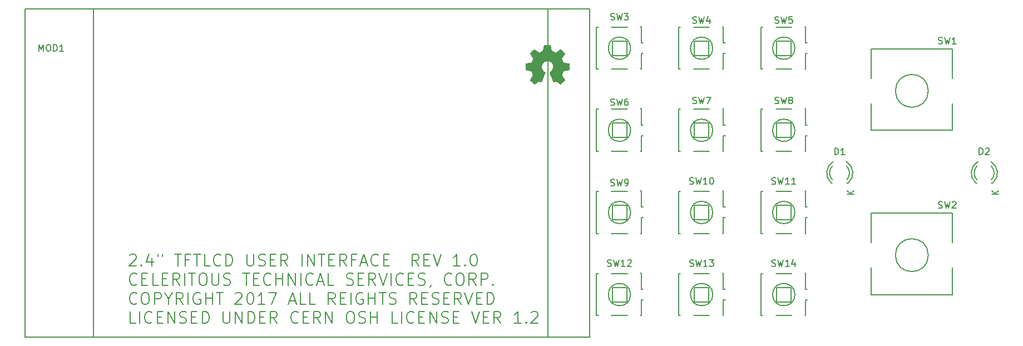
<source format=gto>
G04 #@! TF.FileFunction,Legend,Top*
%FSLAX46Y46*%
G04 Gerber Fmt 4.6, Leading zero omitted, Abs format (unit mm)*
G04 Created by KiCad (PCBNEW 4.0.6) date 11/21/17 15:35:42*
%MOMM*%
%LPD*%
G01*
G04 APERTURE LIST*
%ADD10C,0.100000*%
%ADD11C,0.200000*%
%ADD12C,0.150000*%
%ADD13C,0.010000*%
G04 APERTURE END LIST*
D10*
D11*
X15942857Y12464286D02*
X16028571Y12550000D01*
X16200000Y12635714D01*
X16628571Y12635714D01*
X16800000Y12550000D01*
X16885714Y12464286D01*
X16971429Y12292857D01*
X16971429Y12121429D01*
X16885714Y11864286D01*
X15857143Y10835714D01*
X16971429Y10835714D01*
X17742857Y11007143D02*
X17828572Y10921429D01*
X17742857Y10835714D01*
X17657143Y10921429D01*
X17742857Y11007143D01*
X17742857Y10835714D01*
X19371429Y12035714D02*
X19371429Y10835714D01*
X18942858Y12721429D02*
X18514286Y11435714D01*
X19628572Y11435714D01*
X20228572Y12635714D02*
X20228572Y12292857D01*
X20914286Y12635714D02*
X20914286Y12292857D01*
X22800002Y12635714D02*
X23828573Y12635714D01*
X23314287Y10835714D02*
X23314287Y12635714D01*
X25028573Y11778571D02*
X24428573Y11778571D01*
X24428573Y10835714D02*
X24428573Y12635714D01*
X25285716Y12635714D01*
X25714288Y12635714D02*
X26742859Y12635714D01*
X26228573Y10835714D02*
X26228573Y12635714D01*
X28200002Y10835714D02*
X27342859Y10835714D01*
X27342859Y12635714D01*
X29828574Y11007143D02*
X29742860Y10921429D01*
X29485717Y10835714D01*
X29314288Y10835714D01*
X29057145Y10921429D01*
X28885717Y11092857D01*
X28800002Y11264286D01*
X28714288Y11607143D01*
X28714288Y11864286D01*
X28800002Y12207143D01*
X28885717Y12378571D01*
X29057145Y12550000D01*
X29314288Y12635714D01*
X29485717Y12635714D01*
X29742860Y12550000D01*
X29828574Y12464286D01*
X30600002Y10835714D02*
X30600002Y12635714D01*
X31028574Y12635714D01*
X31285717Y12550000D01*
X31457145Y12378571D01*
X31542860Y12207143D01*
X31628574Y11864286D01*
X31628574Y11607143D01*
X31542860Y11264286D01*
X31457145Y11092857D01*
X31285717Y10921429D01*
X31028574Y10835714D01*
X30600002Y10835714D01*
X33771431Y12635714D02*
X33771431Y11178571D01*
X33857146Y11007143D01*
X33942860Y10921429D01*
X34114289Y10835714D01*
X34457146Y10835714D01*
X34628574Y10921429D01*
X34714289Y11007143D01*
X34800003Y11178571D01*
X34800003Y12635714D01*
X35571431Y10921429D02*
X35828574Y10835714D01*
X36257145Y10835714D01*
X36428574Y10921429D01*
X36514288Y11007143D01*
X36600003Y11178571D01*
X36600003Y11350000D01*
X36514288Y11521429D01*
X36428574Y11607143D01*
X36257145Y11692857D01*
X35914288Y11778571D01*
X35742860Y11864286D01*
X35657145Y11950000D01*
X35571431Y12121429D01*
X35571431Y12292857D01*
X35657145Y12464286D01*
X35742860Y12550000D01*
X35914288Y12635714D01*
X36342860Y12635714D01*
X36600003Y12550000D01*
X37371431Y11778571D02*
X37971431Y11778571D01*
X38228574Y10835714D02*
X37371431Y10835714D01*
X37371431Y12635714D01*
X38228574Y12635714D01*
X40028574Y10835714D02*
X39428574Y11692857D01*
X39000002Y10835714D02*
X39000002Y12635714D01*
X39685717Y12635714D01*
X39857145Y12550000D01*
X39942860Y12464286D01*
X40028574Y12292857D01*
X40028574Y12035714D01*
X39942860Y11864286D01*
X39857145Y11778571D01*
X39685717Y11692857D01*
X39000002Y11692857D01*
X42171431Y10835714D02*
X42171431Y12635714D01*
X43028574Y10835714D02*
X43028574Y12635714D01*
X44057146Y10835714D01*
X44057146Y12635714D01*
X44657146Y12635714D02*
X45685717Y12635714D01*
X45171431Y10835714D02*
X45171431Y12635714D01*
X46285717Y11778571D02*
X46885717Y11778571D01*
X47142860Y10835714D02*
X46285717Y10835714D01*
X46285717Y12635714D01*
X47142860Y12635714D01*
X48942860Y10835714D02*
X48342860Y11692857D01*
X47914288Y10835714D02*
X47914288Y12635714D01*
X48600003Y12635714D01*
X48771431Y12550000D01*
X48857146Y12464286D01*
X48942860Y12292857D01*
X48942860Y12035714D01*
X48857146Y11864286D01*
X48771431Y11778571D01*
X48600003Y11692857D01*
X47914288Y11692857D01*
X50314288Y11778571D02*
X49714288Y11778571D01*
X49714288Y10835714D02*
X49714288Y12635714D01*
X50571431Y12635714D01*
X51171431Y11350000D02*
X52028574Y11350000D01*
X51000003Y10835714D02*
X51600003Y12635714D01*
X52200003Y10835714D01*
X53828574Y11007143D02*
X53742860Y10921429D01*
X53485717Y10835714D01*
X53314288Y10835714D01*
X53057145Y10921429D01*
X52885717Y11092857D01*
X52800002Y11264286D01*
X52714288Y11607143D01*
X52714288Y11864286D01*
X52800002Y12207143D01*
X52885717Y12378571D01*
X53057145Y12550000D01*
X53314288Y12635714D01*
X53485717Y12635714D01*
X53742860Y12550000D01*
X53828574Y12464286D01*
X54600002Y11778571D02*
X55200002Y11778571D01*
X55457145Y10835714D02*
X54600002Y10835714D01*
X54600002Y12635714D01*
X55457145Y12635714D01*
X60000003Y10835714D02*
X59400003Y11692857D01*
X58971431Y10835714D02*
X58971431Y12635714D01*
X59657146Y12635714D01*
X59828574Y12550000D01*
X59914289Y12464286D01*
X60000003Y12292857D01*
X60000003Y12035714D01*
X59914289Y11864286D01*
X59828574Y11778571D01*
X59657146Y11692857D01*
X58971431Y11692857D01*
X60771431Y11778571D02*
X61371431Y11778571D01*
X61628574Y10835714D02*
X60771431Y10835714D01*
X60771431Y12635714D01*
X61628574Y12635714D01*
X62142860Y12635714D02*
X62742860Y10835714D01*
X63342860Y12635714D01*
X66257146Y10835714D02*
X65228574Y10835714D01*
X65742860Y10835714D02*
X65742860Y12635714D01*
X65571431Y12378571D01*
X65400003Y12207143D01*
X65228574Y12121429D01*
X67028574Y11007143D02*
X67114289Y10921429D01*
X67028574Y10835714D01*
X66942860Y10921429D01*
X67028574Y11007143D01*
X67028574Y10835714D01*
X68228575Y12635714D02*
X68400003Y12635714D01*
X68571432Y12550000D01*
X68657146Y12464286D01*
X68742860Y12292857D01*
X68828575Y11950000D01*
X68828575Y11521429D01*
X68742860Y11178571D01*
X68657146Y11007143D01*
X68571432Y10921429D01*
X68400003Y10835714D01*
X68228575Y10835714D01*
X68057146Y10921429D01*
X67971432Y11007143D01*
X67885717Y11178571D01*
X67800003Y11521429D01*
X67800003Y11950000D01*
X67885717Y12292857D01*
X67971432Y12464286D01*
X68057146Y12550000D01*
X68228575Y12635714D01*
X17057143Y8107143D02*
X16971429Y8021429D01*
X16714286Y7935714D01*
X16542857Y7935714D01*
X16285714Y8021429D01*
X16114286Y8192857D01*
X16028571Y8364286D01*
X15942857Y8707143D01*
X15942857Y8964286D01*
X16028571Y9307143D01*
X16114286Y9478571D01*
X16285714Y9650000D01*
X16542857Y9735714D01*
X16714286Y9735714D01*
X16971429Y9650000D01*
X17057143Y9564286D01*
X17828571Y8878571D02*
X18428571Y8878571D01*
X18685714Y7935714D02*
X17828571Y7935714D01*
X17828571Y9735714D01*
X18685714Y9735714D01*
X20314285Y7935714D02*
X19457142Y7935714D01*
X19457142Y9735714D01*
X20914285Y8878571D02*
X21514285Y8878571D01*
X21771428Y7935714D02*
X20914285Y7935714D01*
X20914285Y9735714D01*
X21771428Y9735714D01*
X23571428Y7935714D02*
X22971428Y8792857D01*
X22542856Y7935714D02*
X22542856Y9735714D01*
X23228571Y9735714D01*
X23399999Y9650000D01*
X23485714Y9564286D01*
X23571428Y9392857D01*
X23571428Y9135714D01*
X23485714Y8964286D01*
X23399999Y8878571D01*
X23228571Y8792857D01*
X22542856Y8792857D01*
X24342856Y7935714D02*
X24342856Y9735714D01*
X24942857Y9735714D02*
X25971428Y9735714D01*
X25457142Y7935714D02*
X25457142Y9735714D01*
X26914286Y9735714D02*
X27257143Y9735714D01*
X27428571Y9650000D01*
X27600000Y9478571D01*
X27685714Y9135714D01*
X27685714Y8535714D01*
X27600000Y8192857D01*
X27428571Y8021429D01*
X27257143Y7935714D01*
X26914286Y7935714D01*
X26742857Y8021429D01*
X26571428Y8192857D01*
X26485714Y8535714D01*
X26485714Y9135714D01*
X26571428Y9478571D01*
X26742857Y9650000D01*
X26914286Y9735714D01*
X28457142Y9735714D02*
X28457142Y8278571D01*
X28542857Y8107143D01*
X28628571Y8021429D01*
X28800000Y7935714D01*
X29142857Y7935714D01*
X29314285Y8021429D01*
X29400000Y8107143D01*
X29485714Y8278571D01*
X29485714Y9735714D01*
X30257142Y8021429D02*
X30514285Y7935714D01*
X30942856Y7935714D01*
X31114285Y8021429D01*
X31199999Y8107143D01*
X31285714Y8278571D01*
X31285714Y8450000D01*
X31199999Y8621429D01*
X31114285Y8707143D01*
X30942856Y8792857D01*
X30599999Y8878571D01*
X30428571Y8964286D01*
X30342856Y9050000D01*
X30257142Y9221429D01*
X30257142Y9392857D01*
X30342856Y9564286D01*
X30428571Y9650000D01*
X30599999Y9735714D01*
X31028571Y9735714D01*
X31285714Y9650000D01*
X33171429Y9735714D02*
X34200000Y9735714D01*
X33685714Y7935714D02*
X33685714Y9735714D01*
X34800000Y8878571D02*
X35400000Y8878571D01*
X35657143Y7935714D02*
X34800000Y7935714D01*
X34800000Y9735714D01*
X35657143Y9735714D01*
X37457143Y8107143D02*
X37371429Y8021429D01*
X37114286Y7935714D01*
X36942857Y7935714D01*
X36685714Y8021429D01*
X36514286Y8192857D01*
X36428571Y8364286D01*
X36342857Y8707143D01*
X36342857Y8964286D01*
X36428571Y9307143D01*
X36514286Y9478571D01*
X36685714Y9650000D01*
X36942857Y9735714D01*
X37114286Y9735714D01*
X37371429Y9650000D01*
X37457143Y9564286D01*
X38228571Y7935714D02*
X38228571Y9735714D01*
X38228571Y8878571D02*
X39257143Y8878571D01*
X39257143Y7935714D02*
X39257143Y9735714D01*
X40114285Y7935714D02*
X40114285Y9735714D01*
X41142857Y7935714D01*
X41142857Y9735714D01*
X41999999Y7935714D02*
X41999999Y9735714D01*
X43885714Y8107143D02*
X43800000Y8021429D01*
X43542857Y7935714D01*
X43371428Y7935714D01*
X43114285Y8021429D01*
X42942857Y8192857D01*
X42857142Y8364286D01*
X42771428Y8707143D01*
X42771428Y8964286D01*
X42857142Y9307143D01*
X42942857Y9478571D01*
X43114285Y9650000D01*
X43371428Y9735714D01*
X43542857Y9735714D01*
X43800000Y9650000D01*
X43885714Y9564286D01*
X44571428Y8450000D02*
X45428571Y8450000D01*
X44400000Y7935714D02*
X45000000Y9735714D01*
X45600000Y7935714D01*
X47057142Y7935714D02*
X46199999Y7935714D01*
X46199999Y9735714D01*
X48942857Y8021429D02*
X49200000Y7935714D01*
X49628571Y7935714D01*
X49800000Y8021429D01*
X49885714Y8107143D01*
X49971429Y8278571D01*
X49971429Y8450000D01*
X49885714Y8621429D01*
X49800000Y8707143D01*
X49628571Y8792857D01*
X49285714Y8878571D01*
X49114286Y8964286D01*
X49028571Y9050000D01*
X48942857Y9221429D01*
X48942857Y9392857D01*
X49028571Y9564286D01*
X49114286Y9650000D01*
X49285714Y9735714D01*
X49714286Y9735714D01*
X49971429Y9650000D01*
X50742857Y8878571D02*
X51342857Y8878571D01*
X51600000Y7935714D02*
X50742857Y7935714D01*
X50742857Y9735714D01*
X51600000Y9735714D01*
X53400000Y7935714D02*
X52800000Y8792857D01*
X52371428Y7935714D02*
X52371428Y9735714D01*
X53057143Y9735714D01*
X53228571Y9650000D01*
X53314286Y9564286D01*
X53400000Y9392857D01*
X53400000Y9135714D01*
X53314286Y8964286D01*
X53228571Y8878571D01*
X53057143Y8792857D01*
X52371428Y8792857D01*
X53914286Y9735714D02*
X54514286Y7935714D01*
X55114286Y9735714D01*
X55714285Y7935714D02*
X55714285Y9735714D01*
X57600000Y8107143D02*
X57514286Y8021429D01*
X57257143Y7935714D01*
X57085714Y7935714D01*
X56828571Y8021429D01*
X56657143Y8192857D01*
X56571428Y8364286D01*
X56485714Y8707143D01*
X56485714Y8964286D01*
X56571428Y9307143D01*
X56657143Y9478571D01*
X56828571Y9650000D01*
X57085714Y9735714D01*
X57257143Y9735714D01*
X57514286Y9650000D01*
X57600000Y9564286D01*
X58371428Y8878571D02*
X58971428Y8878571D01*
X59228571Y7935714D02*
X58371428Y7935714D01*
X58371428Y9735714D01*
X59228571Y9735714D01*
X59914285Y8021429D02*
X60171428Y7935714D01*
X60599999Y7935714D01*
X60771428Y8021429D01*
X60857142Y8107143D01*
X60942857Y8278571D01*
X60942857Y8450000D01*
X60857142Y8621429D01*
X60771428Y8707143D01*
X60599999Y8792857D01*
X60257142Y8878571D01*
X60085714Y8964286D01*
X59999999Y9050000D01*
X59914285Y9221429D01*
X59914285Y9392857D01*
X59999999Y9564286D01*
X60085714Y9650000D01*
X60257142Y9735714D01*
X60685714Y9735714D01*
X60942857Y9650000D01*
X61800000Y8021429D02*
X61800000Y7935714D01*
X61714285Y7764286D01*
X61628571Y7678571D01*
X64971429Y8107143D02*
X64885715Y8021429D01*
X64628572Y7935714D01*
X64457143Y7935714D01*
X64200000Y8021429D01*
X64028572Y8192857D01*
X63942857Y8364286D01*
X63857143Y8707143D01*
X63857143Y8964286D01*
X63942857Y9307143D01*
X64028572Y9478571D01*
X64200000Y9650000D01*
X64457143Y9735714D01*
X64628572Y9735714D01*
X64885715Y9650000D01*
X64971429Y9564286D01*
X66085715Y9735714D02*
X66428572Y9735714D01*
X66600000Y9650000D01*
X66771429Y9478571D01*
X66857143Y9135714D01*
X66857143Y8535714D01*
X66771429Y8192857D01*
X66600000Y8021429D01*
X66428572Y7935714D01*
X66085715Y7935714D01*
X65914286Y8021429D01*
X65742857Y8192857D01*
X65657143Y8535714D01*
X65657143Y9135714D01*
X65742857Y9478571D01*
X65914286Y9650000D01*
X66085715Y9735714D01*
X68657143Y7935714D02*
X68057143Y8792857D01*
X67628571Y7935714D02*
X67628571Y9735714D01*
X68314286Y9735714D01*
X68485714Y9650000D01*
X68571429Y9564286D01*
X68657143Y9392857D01*
X68657143Y9135714D01*
X68571429Y8964286D01*
X68485714Y8878571D01*
X68314286Y8792857D01*
X67628571Y8792857D01*
X69428571Y7935714D02*
X69428571Y9735714D01*
X70114286Y9735714D01*
X70285714Y9650000D01*
X70371429Y9564286D01*
X70457143Y9392857D01*
X70457143Y9135714D01*
X70371429Y8964286D01*
X70285714Y8878571D01*
X70114286Y8792857D01*
X69428571Y8792857D01*
X71228571Y8107143D02*
X71314286Y8021429D01*
X71228571Y7935714D01*
X71142857Y8021429D01*
X71228571Y8107143D01*
X71228571Y7935714D01*
X17057143Y5207143D02*
X16971429Y5121429D01*
X16714286Y5035714D01*
X16542857Y5035714D01*
X16285714Y5121429D01*
X16114286Y5292857D01*
X16028571Y5464286D01*
X15942857Y5807143D01*
X15942857Y6064286D01*
X16028571Y6407143D01*
X16114286Y6578571D01*
X16285714Y6750000D01*
X16542857Y6835714D01*
X16714286Y6835714D01*
X16971429Y6750000D01*
X17057143Y6664286D01*
X18171429Y6835714D02*
X18514286Y6835714D01*
X18685714Y6750000D01*
X18857143Y6578571D01*
X18942857Y6235714D01*
X18942857Y5635714D01*
X18857143Y5292857D01*
X18685714Y5121429D01*
X18514286Y5035714D01*
X18171429Y5035714D01*
X18000000Y5121429D01*
X17828571Y5292857D01*
X17742857Y5635714D01*
X17742857Y6235714D01*
X17828571Y6578571D01*
X18000000Y6750000D01*
X18171429Y6835714D01*
X19714285Y5035714D02*
X19714285Y6835714D01*
X20400000Y6835714D01*
X20571428Y6750000D01*
X20657143Y6664286D01*
X20742857Y6492857D01*
X20742857Y6235714D01*
X20657143Y6064286D01*
X20571428Y5978571D01*
X20400000Y5892857D01*
X19714285Y5892857D01*
X21857143Y5892857D02*
X21857143Y5035714D01*
X21257143Y6835714D02*
X21857143Y5892857D01*
X22457143Y6835714D01*
X24085714Y5035714D02*
X23485714Y5892857D01*
X23057142Y5035714D02*
X23057142Y6835714D01*
X23742857Y6835714D01*
X23914285Y6750000D01*
X24000000Y6664286D01*
X24085714Y6492857D01*
X24085714Y6235714D01*
X24000000Y6064286D01*
X23914285Y5978571D01*
X23742857Y5892857D01*
X23057142Y5892857D01*
X24857142Y5035714D02*
X24857142Y6835714D01*
X26657143Y6750000D02*
X26485714Y6835714D01*
X26228571Y6835714D01*
X25971428Y6750000D01*
X25800000Y6578571D01*
X25714285Y6407143D01*
X25628571Y6064286D01*
X25628571Y5807143D01*
X25714285Y5464286D01*
X25800000Y5292857D01*
X25971428Y5121429D01*
X26228571Y5035714D01*
X26400000Y5035714D01*
X26657143Y5121429D01*
X26742857Y5207143D01*
X26742857Y5807143D01*
X26400000Y5807143D01*
X27514285Y5035714D02*
X27514285Y6835714D01*
X27514285Y5978571D02*
X28542857Y5978571D01*
X28542857Y5035714D02*
X28542857Y6835714D01*
X29142857Y6835714D02*
X30171428Y6835714D01*
X29657142Y5035714D02*
X29657142Y6835714D01*
X32057143Y6664286D02*
X32142857Y6750000D01*
X32314286Y6835714D01*
X32742857Y6835714D01*
X32914286Y6750000D01*
X33000000Y6664286D01*
X33085715Y6492857D01*
X33085715Y6321429D01*
X33000000Y6064286D01*
X31971429Y5035714D01*
X33085715Y5035714D01*
X34200001Y6835714D02*
X34371429Y6835714D01*
X34542858Y6750000D01*
X34628572Y6664286D01*
X34714286Y6492857D01*
X34800001Y6150000D01*
X34800001Y5721429D01*
X34714286Y5378571D01*
X34628572Y5207143D01*
X34542858Y5121429D01*
X34371429Y5035714D01*
X34200001Y5035714D01*
X34028572Y5121429D01*
X33942858Y5207143D01*
X33857143Y5378571D01*
X33771429Y5721429D01*
X33771429Y6150000D01*
X33857143Y6492857D01*
X33942858Y6664286D01*
X34028572Y6750000D01*
X34200001Y6835714D01*
X36514287Y5035714D02*
X35485715Y5035714D01*
X36000001Y5035714D02*
X36000001Y6835714D01*
X35828572Y6578571D01*
X35657144Y6407143D01*
X35485715Y6321429D01*
X37114287Y6835714D02*
X38314287Y6835714D01*
X37542858Y5035714D01*
X40285716Y5550000D02*
X41142859Y5550000D01*
X40114288Y5035714D02*
X40714288Y6835714D01*
X41314288Y5035714D01*
X42771430Y5035714D02*
X41914287Y5035714D01*
X41914287Y6835714D01*
X44228573Y5035714D02*
X43371430Y5035714D01*
X43371430Y6835714D01*
X47228574Y5035714D02*
X46628574Y5892857D01*
X46200002Y5035714D02*
X46200002Y6835714D01*
X46885717Y6835714D01*
X47057145Y6750000D01*
X47142860Y6664286D01*
X47228574Y6492857D01*
X47228574Y6235714D01*
X47142860Y6064286D01*
X47057145Y5978571D01*
X46885717Y5892857D01*
X46200002Y5892857D01*
X48000002Y5978571D02*
X48600002Y5978571D01*
X48857145Y5035714D02*
X48000002Y5035714D01*
X48000002Y6835714D01*
X48857145Y6835714D01*
X49628573Y5035714D02*
X49628573Y6835714D01*
X51428574Y6750000D02*
X51257145Y6835714D01*
X51000002Y6835714D01*
X50742859Y6750000D01*
X50571431Y6578571D01*
X50485716Y6407143D01*
X50400002Y6064286D01*
X50400002Y5807143D01*
X50485716Y5464286D01*
X50571431Y5292857D01*
X50742859Y5121429D01*
X51000002Y5035714D01*
X51171431Y5035714D01*
X51428574Y5121429D01*
X51514288Y5207143D01*
X51514288Y5807143D01*
X51171431Y5807143D01*
X52285716Y5035714D02*
X52285716Y6835714D01*
X52285716Y5978571D02*
X53314288Y5978571D01*
X53314288Y5035714D02*
X53314288Y6835714D01*
X53914288Y6835714D02*
X54942859Y6835714D01*
X54428573Y5035714D02*
X54428573Y6835714D01*
X55457145Y5121429D02*
X55714288Y5035714D01*
X56142859Y5035714D01*
X56314288Y5121429D01*
X56400002Y5207143D01*
X56485717Y5378571D01*
X56485717Y5550000D01*
X56400002Y5721429D01*
X56314288Y5807143D01*
X56142859Y5892857D01*
X55800002Y5978571D01*
X55628574Y6064286D01*
X55542859Y6150000D01*
X55457145Y6321429D01*
X55457145Y6492857D01*
X55542859Y6664286D01*
X55628574Y6750000D01*
X55800002Y6835714D01*
X56228574Y6835714D01*
X56485717Y6750000D01*
X59657146Y5035714D02*
X59057146Y5892857D01*
X58628574Y5035714D02*
X58628574Y6835714D01*
X59314289Y6835714D01*
X59485717Y6750000D01*
X59571432Y6664286D01*
X59657146Y6492857D01*
X59657146Y6235714D01*
X59571432Y6064286D01*
X59485717Y5978571D01*
X59314289Y5892857D01*
X58628574Y5892857D01*
X60428574Y5978571D02*
X61028574Y5978571D01*
X61285717Y5035714D02*
X60428574Y5035714D01*
X60428574Y6835714D01*
X61285717Y6835714D01*
X61971431Y5121429D02*
X62228574Y5035714D01*
X62657145Y5035714D01*
X62828574Y5121429D01*
X62914288Y5207143D01*
X63000003Y5378571D01*
X63000003Y5550000D01*
X62914288Y5721429D01*
X62828574Y5807143D01*
X62657145Y5892857D01*
X62314288Y5978571D01*
X62142860Y6064286D01*
X62057145Y6150000D01*
X61971431Y6321429D01*
X61971431Y6492857D01*
X62057145Y6664286D01*
X62142860Y6750000D01*
X62314288Y6835714D01*
X62742860Y6835714D01*
X63000003Y6750000D01*
X63771431Y5978571D02*
X64371431Y5978571D01*
X64628574Y5035714D02*
X63771431Y5035714D01*
X63771431Y6835714D01*
X64628574Y6835714D01*
X66428574Y5035714D02*
X65828574Y5892857D01*
X65400002Y5035714D02*
X65400002Y6835714D01*
X66085717Y6835714D01*
X66257145Y6750000D01*
X66342860Y6664286D01*
X66428574Y6492857D01*
X66428574Y6235714D01*
X66342860Y6064286D01*
X66257145Y5978571D01*
X66085717Y5892857D01*
X65400002Y5892857D01*
X66942860Y6835714D02*
X67542860Y5035714D01*
X68142860Y6835714D01*
X68742859Y5978571D02*
X69342859Y5978571D01*
X69600002Y5035714D02*
X68742859Y5035714D01*
X68742859Y6835714D01*
X69600002Y6835714D01*
X70371430Y5035714D02*
X70371430Y6835714D01*
X70800002Y6835714D01*
X71057145Y6750000D01*
X71228573Y6578571D01*
X71314288Y6407143D01*
X71400002Y6064286D01*
X71400002Y5807143D01*
X71314288Y5464286D01*
X71228573Y5292857D01*
X71057145Y5121429D01*
X70800002Y5035714D01*
X70371430Y5035714D01*
X16885714Y2135714D02*
X16028571Y2135714D01*
X16028571Y3935714D01*
X17485714Y2135714D02*
X17485714Y3935714D01*
X19371429Y2307143D02*
X19285715Y2221429D01*
X19028572Y2135714D01*
X18857143Y2135714D01*
X18600000Y2221429D01*
X18428572Y2392857D01*
X18342857Y2564286D01*
X18257143Y2907143D01*
X18257143Y3164286D01*
X18342857Y3507143D01*
X18428572Y3678571D01*
X18600000Y3850000D01*
X18857143Y3935714D01*
X19028572Y3935714D01*
X19285715Y3850000D01*
X19371429Y3764286D01*
X20142857Y3078571D02*
X20742857Y3078571D01*
X21000000Y2135714D02*
X20142857Y2135714D01*
X20142857Y3935714D01*
X21000000Y3935714D01*
X21771428Y2135714D02*
X21771428Y3935714D01*
X22800000Y2135714D01*
X22800000Y3935714D01*
X23571428Y2221429D02*
X23828571Y2135714D01*
X24257142Y2135714D01*
X24428571Y2221429D01*
X24514285Y2307143D01*
X24600000Y2478571D01*
X24600000Y2650000D01*
X24514285Y2821429D01*
X24428571Y2907143D01*
X24257142Y2992857D01*
X23914285Y3078571D01*
X23742857Y3164286D01*
X23657142Y3250000D01*
X23571428Y3421429D01*
X23571428Y3592857D01*
X23657142Y3764286D01*
X23742857Y3850000D01*
X23914285Y3935714D01*
X24342857Y3935714D01*
X24600000Y3850000D01*
X25371428Y3078571D02*
X25971428Y3078571D01*
X26228571Y2135714D02*
X25371428Y2135714D01*
X25371428Y3935714D01*
X26228571Y3935714D01*
X26999999Y2135714D02*
X26999999Y3935714D01*
X27428571Y3935714D01*
X27685714Y3850000D01*
X27857142Y3678571D01*
X27942857Y3507143D01*
X28028571Y3164286D01*
X28028571Y2907143D01*
X27942857Y2564286D01*
X27857142Y2392857D01*
X27685714Y2221429D01*
X27428571Y2135714D01*
X26999999Y2135714D01*
X30171428Y3935714D02*
X30171428Y2478571D01*
X30257143Y2307143D01*
X30342857Y2221429D01*
X30514286Y2135714D01*
X30857143Y2135714D01*
X31028571Y2221429D01*
X31114286Y2307143D01*
X31200000Y2478571D01*
X31200000Y3935714D01*
X32057142Y2135714D02*
X32057142Y3935714D01*
X33085714Y2135714D01*
X33085714Y3935714D01*
X33942856Y2135714D02*
X33942856Y3935714D01*
X34371428Y3935714D01*
X34628571Y3850000D01*
X34799999Y3678571D01*
X34885714Y3507143D01*
X34971428Y3164286D01*
X34971428Y2907143D01*
X34885714Y2564286D01*
X34799999Y2392857D01*
X34628571Y2221429D01*
X34371428Y2135714D01*
X33942856Y2135714D01*
X35742856Y3078571D02*
X36342856Y3078571D01*
X36599999Y2135714D02*
X35742856Y2135714D01*
X35742856Y3935714D01*
X36599999Y3935714D01*
X38399999Y2135714D02*
X37799999Y2992857D01*
X37371427Y2135714D02*
X37371427Y3935714D01*
X38057142Y3935714D01*
X38228570Y3850000D01*
X38314285Y3764286D01*
X38399999Y3592857D01*
X38399999Y3335714D01*
X38314285Y3164286D01*
X38228570Y3078571D01*
X38057142Y2992857D01*
X37371427Y2992857D01*
X41571428Y2307143D02*
X41485714Y2221429D01*
X41228571Y2135714D01*
X41057142Y2135714D01*
X40799999Y2221429D01*
X40628571Y2392857D01*
X40542856Y2564286D01*
X40457142Y2907143D01*
X40457142Y3164286D01*
X40542856Y3507143D01*
X40628571Y3678571D01*
X40799999Y3850000D01*
X41057142Y3935714D01*
X41228571Y3935714D01*
X41485714Y3850000D01*
X41571428Y3764286D01*
X42342856Y3078571D02*
X42942856Y3078571D01*
X43199999Y2135714D02*
X42342856Y2135714D01*
X42342856Y3935714D01*
X43199999Y3935714D01*
X44999999Y2135714D02*
X44399999Y2992857D01*
X43971427Y2135714D02*
X43971427Y3935714D01*
X44657142Y3935714D01*
X44828570Y3850000D01*
X44914285Y3764286D01*
X44999999Y3592857D01*
X44999999Y3335714D01*
X44914285Y3164286D01*
X44828570Y3078571D01*
X44657142Y2992857D01*
X43971427Y2992857D01*
X45771427Y2135714D02*
X45771427Y3935714D01*
X46799999Y2135714D01*
X46799999Y3935714D01*
X49371428Y3935714D02*
X49714285Y3935714D01*
X49885713Y3850000D01*
X50057142Y3678571D01*
X50142856Y3335714D01*
X50142856Y2735714D01*
X50057142Y2392857D01*
X49885713Y2221429D01*
X49714285Y2135714D01*
X49371428Y2135714D01*
X49199999Y2221429D01*
X49028570Y2392857D01*
X48942856Y2735714D01*
X48942856Y3335714D01*
X49028570Y3678571D01*
X49199999Y3850000D01*
X49371428Y3935714D01*
X50828570Y2221429D02*
X51085713Y2135714D01*
X51514284Y2135714D01*
X51685713Y2221429D01*
X51771427Y2307143D01*
X51857142Y2478571D01*
X51857142Y2650000D01*
X51771427Y2821429D01*
X51685713Y2907143D01*
X51514284Y2992857D01*
X51171427Y3078571D01*
X50999999Y3164286D01*
X50914284Y3250000D01*
X50828570Y3421429D01*
X50828570Y3592857D01*
X50914284Y3764286D01*
X50999999Y3850000D01*
X51171427Y3935714D01*
X51599999Y3935714D01*
X51857142Y3850000D01*
X52628570Y2135714D02*
X52628570Y3935714D01*
X52628570Y3078571D02*
X53657142Y3078571D01*
X53657142Y2135714D02*
X53657142Y3935714D01*
X56742856Y2135714D02*
X55885713Y2135714D01*
X55885713Y3935714D01*
X57342856Y2135714D02*
X57342856Y3935714D01*
X59228571Y2307143D02*
X59142857Y2221429D01*
X58885714Y2135714D01*
X58714285Y2135714D01*
X58457142Y2221429D01*
X58285714Y2392857D01*
X58199999Y2564286D01*
X58114285Y2907143D01*
X58114285Y3164286D01*
X58199999Y3507143D01*
X58285714Y3678571D01*
X58457142Y3850000D01*
X58714285Y3935714D01*
X58885714Y3935714D01*
X59142857Y3850000D01*
X59228571Y3764286D01*
X59999999Y3078571D02*
X60599999Y3078571D01*
X60857142Y2135714D02*
X59999999Y2135714D01*
X59999999Y3935714D01*
X60857142Y3935714D01*
X61628570Y2135714D02*
X61628570Y3935714D01*
X62657142Y2135714D01*
X62657142Y3935714D01*
X63428570Y2221429D02*
X63685713Y2135714D01*
X64114284Y2135714D01*
X64285713Y2221429D01*
X64371427Y2307143D01*
X64457142Y2478571D01*
X64457142Y2650000D01*
X64371427Y2821429D01*
X64285713Y2907143D01*
X64114284Y2992857D01*
X63771427Y3078571D01*
X63599999Y3164286D01*
X63514284Y3250000D01*
X63428570Y3421429D01*
X63428570Y3592857D01*
X63514284Y3764286D01*
X63599999Y3850000D01*
X63771427Y3935714D01*
X64199999Y3935714D01*
X64457142Y3850000D01*
X65228570Y3078571D02*
X65828570Y3078571D01*
X66085713Y2135714D02*
X65228570Y2135714D01*
X65228570Y3935714D01*
X66085713Y3935714D01*
X67971428Y3935714D02*
X68571428Y2135714D01*
X69171428Y3935714D01*
X69771427Y3078571D02*
X70371427Y3078571D01*
X70628570Y2135714D02*
X69771427Y2135714D01*
X69771427Y3935714D01*
X70628570Y3935714D01*
X72428570Y2135714D02*
X71828570Y2992857D01*
X71399998Y2135714D02*
X71399998Y3935714D01*
X72085713Y3935714D01*
X72257141Y3850000D01*
X72342856Y3764286D01*
X72428570Y3592857D01*
X72428570Y3335714D01*
X72342856Y3164286D01*
X72257141Y3078571D01*
X72085713Y2992857D01*
X71399998Y2992857D01*
X75514285Y2135714D02*
X74485713Y2135714D01*
X74999999Y2135714D02*
X74999999Y3935714D01*
X74828570Y3678571D01*
X74657142Y3507143D01*
X74485713Y3421429D01*
X76285713Y2307143D02*
X76371428Y2221429D01*
X76285713Y2135714D01*
X76199999Y2221429D01*
X76285713Y2307143D01*
X76285713Y2135714D01*
X77057142Y3764286D02*
X77142856Y3850000D01*
X77314285Y3935714D01*
X77742856Y3935714D01*
X77914285Y3850000D01*
X77999999Y3764286D01*
X78085714Y3592857D01*
X78085714Y3421429D01*
X77999999Y3164286D01*
X76971428Y2135714D01*
X78085714Y2135714D01*
D12*
X79600000Y50000000D02*
X79600000Y0D01*
X10400000Y0D02*
X10400000Y50000000D01*
X0Y50000000D02*
X0Y0D01*
X0Y0D02*
X86000000Y0D01*
X86000000Y0D02*
X86000000Y50000000D01*
X86000000Y50000000D02*
X0Y50000000D01*
X137500000Y37500000D02*
G75*
G03X137500000Y37500000I-2500000J0D01*
G01*
X128800000Y39400000D02*
X128800000Y43900000D01*
X128800000Y43900000D02*
X141200000Y43900000D01*
X141200000Y43900000D02*
X141200000Y39400000D01*
X141200000Y35600000D02*
X141200000Y31500000D01*
X141200000Y31500000D02*
X128800000Y31500000D01*
X128800000Y31500000D02*
X128800000Y35600000D01*
X125314000Y23501000D02*
X125114000Y23501000D01*
X122720000Y23501000D02*
X122900000Y23501000D01*
X123030357Y26728744D02*
G75*
G03X122714000Y23501000I1003643J-1727744D01*
G01*
X122900932Y26053006D02*
G75*
G03X122900000Y23950000I1133068J-1052006D01*
G01*
X125340726Y23513780D02*
G75*
G03X124994000Y26751000I-1306726J1497220D01*
G01*
X125113253Y23987111D02*
G75*
G03X125094000Y26035000I-1079253J1013889D01*
G01*
X147314000Y23501000D02*
X147114000Y23501000D01*
X144720000Y23501000D02*
X144900000Y23501000D01*
X145030357Y26728744D02*
G75*
G03X144714000Y23501000I1003643J-1727744D01*
G01*
X144900932Y26053006D02*
G75*
G03X144900000Y23950000I1133068J-1052006D01*
G01*
X147340726Y23513780D02*
G75*
G03X146994000Y26751000I-1306726J1497220D01*
G01*
X147113253Y23987111D02*
G75*
G03X147094000Y26035000I-1079253J1013889D01*
G01*
X101900000Y42900000D02*
X101900000Y45100000D01*
X101900000Y45100000D02*
X104100000Y45100000D01*
X104100000Y45100000D02*
X104100000Y42900000D01*
X104100000Y42900000D02*
X101900000Y42900000D01*
X104700000Y44000000D02*
G75*
G03X104700000Y44000000I-1700000J0D01*
G01*
X106200000Y40800000D02*
X106300000Y40800000D01*
X106300000Y40800000D02*
X106300000Y43200000D01*
X106300000Y43200000D02*
X106600000Y43200000D01*
X106200000Y47300000D02*
X106300000Y47300000D01*
X106300000Y47300000D02*
X106300000Y44800000D01*
X106300000Y44800000D02*
X106600000Y44800000D01*
X101800000Y47200000D02*
X104200000Y47200000D01*
X101800000Y40800000D02*
X104200000Y40800000D01*
X99800000Y40800000D02*
X99500000Y40800000D01*
X99500000Y40800000D02*
X99500000Y47200000D01*
X99500000Y47200000D02*
X99800000Y47200000D01*
X114400000Y42900000D02*
X114400000Y45100000D01*
X114400000Y45100000D02*
X116600000Y45100000D01*
X116600000Y45100000D02*
X116600000Y42900000D01*
X116600000Y42900000D02*
X114400000Y42900000D01*
X117200000Y44000000D02*
G75*
G03X117200000Y44000000I-1700000J0D01*
G01*
X118700000Y40800000D02*
X118800000Y40800000D01*
X118800000Y40800000D02*
X118800000Y43200000D01*
X118800000Y43200000D02*
X119100000Y43200000D01*
X118700000Y47300000D02*
X118800000Y47300000D01*
X118800000Y47300000D02*
X118800000Y44800000D01*
X118800000Y44800000D02*
X119100000Y44800000D01*
X114300000Y47200000D02*
X116700000Y47200000D01*
X114300000Y40800000D02*
X116700000Y40800000D01*
X112300000Y40800000D02*
X112000000Y40800000D01*
X112000000Y40800000D02*
X112000000Y47200000D01*
X112000000Y47200000D02*
X112300000Y47200000D01*
X89400000Y30400000D02*
X89400000Y32600000D01*
X89400000Y32600000D02*
X91600000Y32600000D01*
X91600000Y32600000D02*
X91600000Y30400000D01*
X91600000Y30400000D02*
X89400000Y30400000D01*
X92200000Y31500000D02*
G75*
G03X92200000Y31500000I-1700000J0D01*
G01*
X93700000Y28300000D02*
X93800000Y28300000D01*
X93800000Y28300000D02*
X93800000Y30700000D01*
X93800000Y30700000D02*
X94100000Y30700000D01*
X93700000Y34800000D02*
X93800000Y34800000D01*
X93800000Y34800000D02*
X93800000Y32300000D01*
X93800000Y32300000D02*
X94100000Y32300000D01*
X89300000Y34700000D02*
X91700000Y34700000D01*
X89300000Y28300000D02*
X91700000Y28300000D01*
X87300000Y28300000D02*
X87000000Y28300000D01*
X87000000Y28300000D02*
X87000000Y34700000D01*
X87000000Y34700000D02*
X87300000Y34700000D01*
X101900000Y30400000D02*
X101900000Y32600000D01*
X101900000Y32600000D02*
X104100000Y32600000D01*
X104100000Y32600000D02*
X104100000Y30400000D01*
X104100000Y30400000D02*
X101900000Y30400000D01*
X104700000Y31500000D02*
G75*
G03X104700000Y31500000I-1700000J0D01*
G01*
X106200000Y28300000D02*
X106300000Y28300000D01*
X106300000Y28300000D02*
X106300000Y30700000D01*
X106300000Y30700000D02*
X106600000Y30700000D01*
X106200000Y34800000D02*
X106300000Y34800000D01*
X106300000Y34800000D02*
X106300000Y32300000D01*
X106300000Y32300000D02*
X106600000Y32300000D01*
X101800000Y34700000D02*
X104200000Y34700000D01*
X101800000Y28300000D02*
X104200000Y28300000D01*
X99800000Y28300000D02*
X99500000Y28300000D01*
X99500000Y28300000D02*
X99500000Y34700000D01*
X99500000Y34700000D02*
X99800000Y34700000D01*
X114400000Y30400000D02*
X114400000Y32600000D01*
X114400000Y32600000D02*
X116600000Y32600000D01*
X116600000Y32600000D02*
X116600000Y30400000D01*
X116600000Y30400000D02*
X114400000Y30400000D01*
X117200000Y31500000D02*
G75*
G03X117200000Y31500000I-1700000J0D01*
G01*
X118700000Y28300000D02*
X118800000Y28300000D01*
X118800000Y28300000D02*
X118800000Y30700000D01*
X118800000Y30700000D02*
X119100000Y30700000D01*
X118700000Y34800000D02*
X118800000Y34800000D01*
X118800000Y34800000D02*
X118800000Y32300000D01*
X118800000Y32300000D02*
X119100000Y32300000D01*
X114300000Y34700000D02*
X116700000Y34700000D01*
X114300000Y28300000D02*
X116700000Y28300000D01*
X112300000Y28300000D02*
X112000000Y28300000D01*
X112000000Y28300000D02*
X112000000Y34700000D01*
X112000000Y34700000D02*
X112300000Y34700000D01*
X89400000Y17900000D02*
X89400000Y20100000D01*
X89400000Y20100000D02*
X91600000Y20100000D01*
X91600000Y20100000D02*
X91600000Y17900000D01*
X91600000Y17900000D02*
X89400000Y17900000D01*
X92200000Y19000000D02*
G75*
G03X92200000Y19000000I-1700000J0D01*
G01*
X93700000Y15800000D02*
X93800000Y15800000D01*
X93800000Y15800000D02*
X93800000Y18200000D01*
X93800000Y18200000D02*
X94100000Y18200000D01*
X93700000Y22300000D02*
X93800000Y22300000D01*
X93800000Y22300000D02*
X93800000Y19800000D01*
X93800000Y19800000D02*
X94100000Y19800000D01*
X89300000Y22200000D02*
X91700000Y22200000D01*
X89300000Y15800000D02*
X91700000Y15800000D01*
X87300000Y15800000D02*
X87000000Y15800000D01*
X87000000Y15800000D02*
X87000000Y22200000D01*
X87000000Y22200000D02*
X87300000Y22200000D01*
X101900000Y17900000D02*
X101900000Y20100000D01*
X101900000Y20100000D02*
X104100000Y20100000D01*
X104100000Y20100000D02*
X104100000Y17900000D01*
X104100000Y17900000D02*
X101900000Y17900000D01*
X104700000Y19000000D02*
G75*
G03X104700000Y19000000I-1700000J0D01*
G01*
X106200000Y15800000D02*
X106300000Y15800000D01*
X106300000Y15800000D02*
X106300000Y18200000D01*
X106300000Y18200000D02*
X106600000Y18200000D01*
X106200000Y22300000D02*
X106300000Y22300000D01*
X106300000Y22300000D02*
X106300000Y19800000D01*
X106300000Y19800000D02*
X106600000Y19800000D01*
X101800000Y22200000D02*
X104200000Y22200000D01*
X101800000Y15800000D02*
X104200000Y15800000D01*
X99800000Y15800000D02*
X99500000Y15800000D01*
X99500000Y15800000D02*
X99500000Y22200000D01*
X99500000Y22200000D02*
X99800000Y22200000D01*
X114400000Y17900000D02*
X114400000Y20100000D01*
X114400000Y20100000D02*
X116600000Y20100000D01*
X116600000Y20100000D02*
X116600000Y17900000D01*
X116600000Y17900000D02*
X114400000Y17900000D01*
X117200000Y19000000D02*
G75*
G03X117200000Y19000000I-1700000J0D01*
G01*
X118700000Y15800000D02*
X118800000Y15800000D01*
X118800000Y15800000D02*
X118800000Y18200000D01*
X118800000Y18200000D02*
X119100000Y18200000D01*
X118700000Y22300000D02*
X118800000Y22300000D01*
X118800000Y22300000D02*
X118800000Y19800000D01*
X118800000Y19800000D02*
X119100000Y19800000D01*
X114300000Y22200000D02*
X116700000Y22200000D01*
X114300000Y15800000D02*
X116700000Y15800000D01*
X112300000Y15800000D02*
X112000000Y15800000D01*
X112000000Y15800000D02*
X112000000Y22200000D01*
X112000000Y22200000D02*
X112300000Y22200000D01*
X101900000Y5400000D02*
X101900000Y7600000D01*
X101900000Y7600000D02*
X104100000Y7600000D01*
X104100000Y7600000D02*
X104100000Y5400000D01*
X104100000Y5400000D02*
X101900000Y5400000D01*
X104700000Y6500000D02*
G75*
G03X104700000Y6500000I-1700000J0D01*
G01*
X106200000Y3300000D02*
X106300000Y3300000D01*
X106300000Y3300000D02*
X106300000Y5700000D01*
X106300000Y5700000D02*
X106600000Y5700000D01*
X106200000Y9800000D02*
X106300000Y9800000D01*
X106300000Y9800000D02*
X106300000Y7300000D01*
X106300000Y7300000D02*
X106600000Y7300000D01*
X101800000Y9700000D02*
X104200000Y9700000D01*
X101800000Y3300000D02*
X104200000Y3300000D01*
X99800000Y3300000D02*
X99500000Y3300000D01*
X99500000Y3300000D02*
X99500000Y9700000D01*
X99500000Y9700000D02*
X99800000Y9700000D01*
X137500000Y12500000D02*
G75*
G03X137500000Y12500000I-2500000J0D01*
G01*
X128800000Y14400000D02*
X128800000Y18900000D01*
X128800000Y18900000D02*
X141200000Y18900000D01*
X141200000Y18900000D02*
X141200000Y14400000D01*
X141200000Y10600000D02*
X141200000Y6500000D01*
X141200000Y6500000D02*
X128800000Y6500000D01*
X128800000Y6500000D02*
X128800000Y10600000D01*
X89400000Y5400000D02*
X89400000Y7600000D01*
X89400000Y7600000D02*
X91600000Y7600000D01*
X91600000Y7600000D02*
X91600000Y5400000D01*
X91600000Y5400000D02*
X89400000Y5400000D01*
X92200000Y6500000D02*
G75*
G03X92200000Y6500000I-1700000J0D01*
G01*
X93700000Y3300000D02*
X93800000Y3300000D01*
X93800000Y3300000D02*
X93800000Y5700000D01*
X93800000Y5700000D02*
X94100000Y5700000D01*
X93700000Y9800000D02*
X93800000Y9800000D01*
X93800000Y9800000D02*
X93800000Y7300000D01*
X93800000Y7300000D02*
X94100000Y7300000D01*
X89300000Y9700000D02*
X91700000Y9700000D01*
X89300000Y3300000D02*
X91700000Y3300000D01*
X87300000Y3300000D02*
X87000000Y3300000D01*
X87000000Y3300000D02*
X87000000Y9700000D01*
X87000000Y9700000D02*
X87300000Y9700000D01*
X89400000Y42900000D02*
X89400000Y45100000D01*
X89400000Y45100000D02*
X91600000Y45100000D01*
X91600000Y45100000D02*
X91600000Y42900000D01*
X91600000Y42900000D02*
X89400000Y42900000D01*
X92200000Y44000000D02*
G75*
G03X92200000Y44000000I-1700000J0D01*
G01*
X93700000Y40800000D02*
X93800000Y40800000D01*
X93800000Y40800000D02*
X93800000Y43200000D01*
X93800000Y43200000D02*
X94100000Y43200000D01*
X93700000Y47300000D02*
X93800000Y47300000D01*
X93800000Y47300000D02*
X93800000Y44800000D01*
X93800000Y44800000D02*
X94100000Y44800000D01*
X89300000Y47200000D02*
X91700000Y47200000D01*
X89300000Y40800000D02*
X91700000Y40800000D01*
X87300000Y40800000D02*
X87000000Y40800000D01*
X87000000Y40800000D02*
X87000000Y47200000D01*
X87000000Y47200000D02*
X87300000Y47200000D01*
X114400000Y5400000D02*
X114400000Y7600000D01*
X114400000Y7600000D02*
X116600000Y7600000D01*
X116600000Y7600000D02*
X116600000Y5400000D01*
X116600000Y5400000D02*
X114400000Y5400000D01*
X117200000Y6500000D02*
G75*
G03X117200000Y6500000I-1700000J0D01*
G01*
X118700000Y3300000D02*
X118800000Y3300000D01*
X118800000Y3300000D02*
X118800000Y5700000D01*
X118800000Y5700000D02*
X119100000Y5700000D01*
X118700000Y9800000D02*
X118800000Y9800000D01*
X118800000Y9800000D02*
X118800000Y7300000D01*
X118800000Y7300000D02*
X119100000Y7300000D01*
X114300000Y9700000D02*
X116700000Y9700000D01*
X114300000Y3300000D02*
X116700000Y3300000D01*
X112300000Y3300000D02*
X112000000Y3300000D01*
X112000000Y3300000D02*
X112000000Y9700000D01*
X112000000Y9700000D02*
X112300000Y9700000D01*
D13*
G36*
X80055814Y44031069D02*
X80139635Y43586445D01*
X80448920Y43458947D01*
X80758206Y43331449D01*
X81129246Y43583754D01*
X81233157Y43654004D01*
X81327087Y43716728D01*
X81406652Y43769062D01*
X81467470Y43808143D01*
X81505157Y43831107D01*
X81515421Y43836058D01*
X81533910Y43823324D01*
X81573420Y43788118D01*
X81629522Y43734938D01*
X81697787Y43668282D01*
X81773786Y43592646D01*
X81853092Y43512528D01*
X81931275Y43432426D01*
X82003907Y43356836D01*
X82066559Y43290255D01*
X82114803Y43237182D01*
X82144210Y43202113D01*
X82151241Y43190377D01*
X82141123Y43168740D01*
X82112759Y43121338D01*
X82069129Y43052807D01*
X82013218Y42967785D01*
X81948006Y42870907D01*
X81910219Y42815650D01*
X81841343Y42714752D01*
X81780140Y42623701D01*
X81729578Y42547030D01*
X81692628Y42489272D01*
X81672258Y42454957D01*
X81669197Y42447746D01*
X81676136Y42427252D01*
X81695051Y42379487D01*
X81723087Y42311168D01*
X81757391Y42229011D01*
X81795109Y42139730D01*
X81833387Y42050042D01*
X81869370Y41966662D01*
X81900206Y41896306D01*
X81923039Y41845690D01*
X81935017Y41821529D01*
X81935724Y41820578D01*
X81954531Y41815964D01*
X82004618Y41805672D01*
X82080793Y41790713D01*
X82177865Y41772099D01*
X82290643Y41750841D01*
X82356442Y41738582D01*
X82476950Y41715638D01*
X82585797Y41693805D01*
X82677476Y41674278D01*
X82746481Y41658252D01*
X82787304Y41646921D01*
X82795511Y41643326D01*
X82803548Y41618994D01*
X82810033Y41564041D01*
X82814970Y41484892D01*
X82818364Y41387974D01*
X82820218Y41279713D01*
X82820538Y41166535D01*
X82819327Y41054865D01*
X82816590Y40951132D01*
X82812331Y40861759D01*
X82806555Y40793174D01*
X82799267Y40751803D01*
X82794895Y40743190D01*
X82768764Y40732867D01*
X82713393Y40718108D01*
X82636107Y40700648D01*
X82544230Y40682220D01*
X82512158Y40676259D01*
X82357524Y40647934D01*
X82235375Y40625124D01*
X82141673Y40606920D01*
X82072384Y40592417D01*
X82023471Y40580708D01*
X81990897Y40570885D01*
X81970628Y40562044D01*
X81958626Y40553276D01*
X81956947Y40551543D01*
X81940184Y40523629D01*
X81914614Y40469305D01*
X81882788Y40395223D01*
X81847260Y40308035D01*
X81810583Y40214392D01*
X81775311Y40120948D01*
X81743996Y40034353D01*
X81719193Y39961260D01*
X81703454Y39908322D01*
X81699332Y39882189D01*
X81699676Y39881274D01*
X81713641Y39859914D01*
X81745322Y39812916D01*
X81791391Y39745173D01*
X81848518Y39661577D01*
X81913373Y39567018D01*
X81931843Y39540146D01*
X81997699Y39442725D01*
X82055650Y39353837D01*
X82102538Y39278588D01*
X82135207Y39222080D01*
X82150500Y39189419D01*
X82151241Y39185407D01*
X82138392Y39164316D01*
X82102888Y39122536D01*
X82049293Y39064555D01*
X81982171Y38994865D01*
X81906087Y38917955D01*
X81825604Y38838317D01*
X81745287Y38760439D01*
X81669699Y38688814D01*
X81603405Y38627930D01*
X81550969Y38582279D01*
X81516955Y38556350D01*
X81507545Y38552117D01*
X81485643Y38562088D01*
X81440800Y38588980D01*
X81380321Y38628264D01*
X81333789Y38659883D01*
X81249475Y38717902D01*
X81149626Y38786216D01*
X81049473Y38854421D01*
X80995627Y38890925D01*
X80813371Y39014200D01*
X80660381Y38931480D01*
X80590682Y38895241D01*
X80531414Y38867074D01*
X80491311Y38851009D01*
X80481103Y38848774D01*
X80468829Y38865278D01*
X80444613Y38911918D01*
X80410263Y38984391D01*
X80367588Y39078394D01*
X80318394Y39189626D01*
X80264490Y39313785D01*
X80207684Y39446568D01*
X80149782Y39583673D01*
X80092593Y39720798D01*
X80037924Y39853642D01*
X79987584Y39977902D01*
X79943380Y40089275D01*
X79907119Y40183461D01*
X79880609Y40256156D01*
X79865658Y40303059D01*
X79863254Y40319167D01*
X79882311Y40339714D01*
X79924036Y40373067D01*
X79979706Y40412298D01*
X79984378Y40415401D01*
X80128264Y40530577D01*
X80244283Y40664947D01*
X80331430Y40814216D01*
X80388699Y40974087D01*
X80415086Y41140263D01*
X80409585Y41308448D01*
X80371190Y41474345D01*
X80298895Y41633658D01*
X80277626Y41668513D01*
X80166996Y41809263D01*
X80036302Y41922286D01*
X79890064Y42006997D01*
X79732808Y42062806D01*
X79569057Y42089126D01*
X79403333Y42085370D01*
X79240162Y42050950D01*
X79084065Y41985277D01*
X78939567Y41887765D01*
X78894869Y41848187D01*
X78781112Y41724297D01*
X78698218Y41593876D01*
X78641356Y41447685D01*
X78609687Y41302912D01*
X78601869Y41140140D01*
X78627938Y40976560D01*
X78685245Y40817702D01*
X78771144Y40669094D01*
X78882986Y40536265D01*
X79018123Y40424744D01*
X79035883Y40412989D01*
X79092150Y40374492D01*
X79134923Y40341137D01*
X79155372Y40319840D01*
X79155669Y40319167D01*
X79151279Y40296129D01*
X79133876Y40243843D01*
X79105268Y40166610D01*
X79067265Y40068732D01*
X79021674Y39954509D01*
X78970303Y39828242D01*
X78914962Y39694233D01*
X78857458Y39556782D01*
X78799601Y39420192D01*
X78743198Y39288763D01*
X78690058Y39166795D01*
X78641990Y39058591D01*
X78600801Y38968451D01*
X78568301Y38900677D01*
X78546297Y38859570D01*
X78537436Y38848774D01*
X78510360Y38857181D01*
X78459697Y38879728D01*
X78394183Y38912387D01*
X78358159Y38931480D01*
X78205168Y39014200D01*
X78022912Y38890925D01*
X77929875Y38827772D01*
X77828015Y38758273D01*
X77732562Y38692835D01*
X77684750Y38659883D01*
X77617505Y38614727D01*
X77560564Y38578943D01*
X77521354Y38557062D01*
X77508619Y38552437D01*
X77490083Y38564915D01*
X77449059Y38599748D01*
X77389525Y38653322D01*
X77315458Y38722017D01*
X77230835Y38802219D01*
X77177315Y38853714D01*
X77083681Y38945714D01*
X77002759Y39028001D01*
X76937823Y39097055D01*
X76892142Y39149356D01*
X76868989Y39181384D01*
X76866768Y39187884D01*
X76877076Y39212606D01*
X76905561Y39262595D01*
X76949063Y39332788D01*
X77004423Y39418125D01*
X77068480Y39513544D01*
X77086697Y39540146D01*
X77153073Y39636833D01*
X77212622Y39723883D01*
X77262016Y39796405D01*
X77297925Y39849507D01*
X77317019Y39878297D01*
X77318864Y39881274D01*
X77316105Y39904218D01*
X77301462Y39954664D01*
X77277487Y40025959D01*
X77246734Y40111453D01*
X77211756Y40204493D01*
X77175107Y40298426D01*
X77139339Y40386601D01*
X77107006Y40462366D01*
X77080662Y40519069D01*
X77062858Y40550057D01*
X77061593Y40551543D01*
X77050706Y40560399D01*
X77032318Y40569157D01*
X77002394Y40578723D01*
X76956897Y40590004D01*
X76891791Y40603907D01*
X76803039Y40621337D01*
X76686607Y40643202D01*
X76538458Y40670409D01*
X76506382Y40676259D01*
X76411314Y40694626D01*
X76328435Y40712595D01*
X76265070Y40728431D01*
X76228542Y40740400D01*
X76223644Y40743190D01*
X76215573Y40767928D01*
X76209013Y40823210D01*
X76203967Y40902611D01*
X76200441Y40999704D01*
X76198439Y41108062D01*
X76197964Y41221260D01*
X76199023Y41332872D01*
X76201618Y41436471D01*
X76205754Y41525632D01*
X76211437Y41593928D01*
X76218669Y41634934D01*
X76223029Y41643326D01*
X76247302Y41651792D01*
X76302574Y41665565D01*
X76383338Y41683450D01*
X76484088Y41704252D01*
X76599317Y41726777D01*
X76662098Y41738582D01*
X76781213Y41760849D01*
X76887435Y41781021D01*
X76975573Y41798085D01*
X77040434Y41811031D01*
X77076826Y41818845D01*
X77082816Y41820578D01*
X77092939Y41840110D01*
X77114338Y41887157D01*
X77144161Y41954997D01*
X77179555Y42036909D01*
X77217668Y42126172D01*
X77255647Y42216065D01*
X77290640Y42299865D01*
X77319794Y42370853D01*
X77340257Y42422306D01*
X77349177Y42447503D01*
X77349343Y42448604D01*
X77339231Y42468481D01*
X77310883Y42514223D01*
X77267277Y42581283D01*
X77211394Y42665116D01*
X77146213Y42761174D01*
X77108321Y42816350D01*
X77039275Y42917519D01*
X76977950Y43009370D01*
X76927337Y43087256D01*
X76890429Y43146531D01*
X76870218Y43182549D01*
X76867299Y43190623D01*
X76879847Y43209416D01*
X76914537Y43249543D01*
X76966937Y43306507D01*
X77032616Y43375815D01*
X77107144Y43452969D01*
X77186087Y43533475D01*
X77265017Y43612837D01*
X77339500Y43686560D01*
X77405106Y43750148D01*
X77457404Y43799106D01*
X77491961Y43828939D01*
X77503522Y43836058D01*
X77522346Y43826047D01*
X77567369Y43797922D01*
X77634213Y43754546D01*
X77718501Y43698782D01*
X77815856Y43633494D01*
X77889293Y43583754D01*
X78260333Y43331449D01*
X78878905Y43586445D01*
X78962725Y44031069D01*
X79046546Y44475693D01*
X79971994Y44475693D01*
X80055814Y44031069D01*
X80055814Y44031069D01*
G37*
X80055814Y44031069D02*
X80139635Y43586445D01*
X80448920Y43458947D01*
X80758206Y43331449D01*
X81129246Y43583754D01*
X81233157Y43654004D01*
X81327087Y43716728D01*
X81406652Y43769062D01*
X81467470Y43808143D01*
X81505157Y43831107D01*
X81515421Y43836058D01*
X81533910Y43823324D01*
X81573420Y43788118D01*
X81629522Y43734938D01*
X81697787Y43668282D01*
X81773786Y43592646D01*
X81853092Y43512528D01*
X81931275Y43432426D01*
X82003907Y43356836D01*
X82066559Y43290255D01*
X82114803Y43237182D01*
X82144210Y43202113D01*
X82151241Y43190377D01*
X82141123Y43168740D01*
X82112759Y43121338D01*
X82069129Y43052807D01*
X82013218Y42967785D01*
X81948006Y42870907D01*
X81910219Y42815650D01*
X81841343Y42714752D01*
X81780140Y42623701D01*
X81729578Y42547030D01*
X81692628Y42489272D01*
X81672258Y42454957D01*
X81669197Y42447746D01*
X81676136Y42427252D01*
X81695051Y42379487D01*
X81723087Y42311168D01*
X81757391Y42229011D01*
X81795109Y42139730D01*
X81833387Y42050042D01*
X81869370Y41966662D01*
X81900206Y41896306D01*
X81923039Y41845690D01*
X81935017Y41821529D01*
X81935724Y41820578D01*
X81954531Y41815964D01*
X82004618Y41805672D01*
X82080793Y41790713D01*
X82177865Y41772099D01*
X82290643Y41750841D01*
X82356442Y41738582D01*
X82476950Y41715638D01*
X82585797Y41693805D01*
X82677476Y41674278D01*
X82746481Y41658252D01*
X82787304Y41646921D01*
X82795511Y41643326D01*
X82803548Y41618994D01*
X82810033Y41564041D01*
X82814970Y41484892D01*
X82818364Y41387974D01*
X82820218Y41279713D01*
X82820538Y41166535D01*
X82819327Y41054865D01*
X82816590Y40951132D01*
X82812331Y40861759D01*
X82806555Y40793174D01*
X82799267Y40751803D01*
X82794895Y40743190D01*
X82768764Y40732867D01*
X82713393Y40718108D01*
X82636107Y40700648D01*
X82544230Y40682220D01*
X82512158Y40676259D01*
X82357524Y40647934D01*
X82235375Y40625124D01*
X82141673Y40606920D01*
X82072384Y40592417D01*
X82023471Y40580708D01*
X81990897Y40570885D01*
X81970628Y40562044D01*
X81958626Y40553276D01*
X81956947Y40551543D01*
X81940184Y40523629D01*
X81914614Y40469305D01*
X81882788Y40395223D01*
X81847260Y40308035D01*
X81810583Y40214392D01*
X81775311Y40120948D01*
X81743996Y40034353D01*
X81719193Y39961260D01*
X81703454Y39908322D01*
X81699332Y39882189D01*
X81699676Y39881274D01*
X81713641Y39859914D01*
X81745322Y39812916D01*
X81791391Y39745173D01*
X81848518Y39661577D01*
X81913373Y39567018D01*
X81931843Y39540146D01*
X81997699Y39442725D01*
X82055650Y39353837D01*
X82102538Y39278588D01*
X82135207Y39222080D01*
X82150500Y39189419D01*
X82151241Y39185407D01*
X82138392Y39164316D01*
X82102888Y39122536D01*
X82049293Y39064555D01*
X81982171Y38994865D01*
X81906087Y38917955D01*
X81825604Y38838317D01*
X81745287Y38760439D01*
X81669699Y38688814D01*
X81603405Y38627930D01*
X81550969Y38582279D01*
X81516955Y38556350D01*
X81507545Y38552117D01*
X81485643Y38562088D01*
X81440800Y38588980D01*
X81380321Y38628264D01*
X81333789Y38659883D01*
X81249475Y38717902D01*
X81149626Y38786216D01*
X81049473Y38854421D01*
X80995627Y38890925D01*
X80813371Y39014200D01*
X80660381Y38931480D01*
X80590682Y38895241D01*
X80531414Y38867074D01*
X80491311Y38851009D01*
X80481103Y38848774D01*
X80468829Y38865278D01*
X80444613Y38911918D01*
X80410263Y38984391D01*
X80367588Y39078394D01*
X80318394Y39189626D01*
X80264490Y39313785D01*
X80207684Y39446568D01*
X80149782Y39583673D01*
X80092593Y39720798D01*
X80037924Y39853642D01*
X79987584Y39977902D01*
X79943380Y40089275D01*
X79907119Y40183461D01*
X79880609Y40256156D01*
X79865658Y40303059D01*
X79863254Y40319167D01*
X79882311Y40339714D01*
X79924036Y40373067D01*
X79979706Y40412298D01*
X79984378Y40415401D01*
X80128264Y40530577D01*
X80244283Y40664947D01*
X80331430Y40814216D01*
X80388699Y40974087D01*
X80415086Y41140263D01*
X80409585Y41308448D01*
X80371190Y41474345D01*
X80298895Y41633658D01*
X80277626Y41668513D01*
X80166996Y41809263D01*
X80036302Y41922286D01*
X79890064Y42006997D01*
X79732808Y42062806D01*
X79569057Y42089126D01*
X79403333Y42085370D01*
X79240162Y42050950D01*
X79084065Y41985277D01*
X78939567Y41887765D01*
X78894869Y41848187D01*
X78781112Y41724297D01*
X78698218Y41593876D01*
X78641356Y41447685D01*
X78609687Y41302912D01*
X78601869Y41140140D01*
X78627938Y40976560D01*
X78685245Y40817702D01*
X78771144Y40669094D01*
X78882986Y40536265D01*
X79018123Y40424744D01*
X79035883Y40412989D01*
X79092150Y40374492D01*
X79134923Y40341137D01*
X79155372Y40319840D01*
X79155669Y40319167D01*
X79151279Y40296129D01*
X79133876Y40243843D01*
X79105268Y40166610D01*
X79067265Y40068732D01*
X79021674Y39954509D01*
X78970303Y39828242D01*
X78914962Y39694233D01*
X78857458Y39556782D01*
X78799601Y39420192D01*
X78743198Y39288763D01*
X78690058Y39166795D01*
X78641990Y39058591D01*
X78600801Y38968451D01*
X78568301Y38900677D01*
X78546297Y38859570D01*
X78537436Y38848774D01*
X78510360Y38857181D01*
X78459697Y38879728D01*
X78394183Y38912387D01*
X78358159Y38931480D01*
X78205168Y39014200D01*
X78022912Y38890925D01*
X77929875Y38827772D01*
X77828015Y38758273D01*
X77732562Y38692835D01*
X77684750Y38659883D01*
X77617505Y38614727D01*
X77560564Y38578943D01*
X77521354Y38557062D01*
X77508619Y38552437D01*
X77490083Y38564915D01*
X77449059Y38599748D01*
X77389525Y38653322D01*
X77315458Y38722017D01*
X77230835Y38802219D01*
X77177315Y38853714D01*
X77083681Y38945714D01*
X77002759Y39028001D01*
X76937823Y39097055D01*
X76892142Y39149356D01*
X76868989Y39181384D01*
X76866768Y39187884D01*
X76877076Y39212606D01*
X76905561Y39262595D01*
X76949063Y39332788D01*
X77004423Y39418125D01*
X77068480Y39513544D01*
X77086697Y39540146D01*
X77153073Y39636833D01*
X77212622Y39723883D01*
X77262016Y39796405D01*
X77297925Y39849507D01*
X77317019Y39878297D01*
X77318864Y39881274D01*
X77316105Y39904218D01*
X77301462Y39954664D01*
X77277487Y40025959D01*
X77246734Y40111453D01*
X77211756Y40204493D01*
X77175107Y40298426D01*
X77139339Y40386601D01*
X77107006Y40462366D01*
X77080662Y40519069D01*
X77062858Y40550057D01*
X77061593Y40551543D01*
X77050706Y40560399D01*
X77032318Y40569157D01*
X77002394Y40578723D01*
X76956897Y40590004D01*
X76891791Y40603907D01*
X76803039Y40621337D01*
X76686607Y40643202D01*
X76538458Y40670409D01*
X76506382Y40676259D01*
X76411314Y40694626D01*
X76328435Y40712595D01*
X76265070Y40728431D01*
X76228542Y40740400D01*
X76223644Y40743190D01*
X76215573Y40767928D01*
X76209013Y40823210D01*
X76203967Y40902611D01*
X76200441Y40999704D01*
X76198439Y41108062D01*
X76197964Y41221260D01*
X76199023Y41332872D01*
X76201618Y41436471D01*
X76205754Y41525632D01*
X76211437Y41593928D01*
X76218669Y41634934D01*
X76223029Y41643326D01*
X76247302Y41651792D01*
X76302574Y41665565D01*
X76383338Y41683450D01*
X76484088Y41704252D01*
X76599317Y41726777D01*
X76662098Y41738582D01*
X76781213Y41760849D01*
X76887435Y41781021D01*
X76975573Y41798085D01*
X77040434Y41811031D01*
X77076826Y41818845D01*
X77082816Y41820578D01*
X77092939Y41840110D01*
X77114338Y41887157D01*
X77144161Y41954997D01*
X77179555Y42036909D01*
X77217668Y42126172D01*
X77255647Y42216065D01*
X77290640Y42299865D01*
X77319794Y42370853D01*
X77340257Y42422306D01*
X77349177Y42447503D01*
X77349343Y42448604D01*
X77339231Y42468481D01*
X77310883Y42514223D01*
X77267277Y42581283D01*
X77211394Y42665116D01*
X77146213Y42761174D01*
X77108321Y42816350D01*
X77039275Y42917519D01*
X76977950Y43009370D01*
X76927337Y43087256D01*
X76890429Y43146531D01*
X76870218Y43182549D01*
X76867299Y43190623D01*
X76879847Y43209416D01*
X76914537Y43249543D01*
X76966937Y43306507D01*
X77032616Y43375815D01*
X77107144Y43452969D01*
X77186087Y43533475D01*
X77265017Y43612837D01*
X77339500Y43686560D01*
X77405106Y43750148D01*
X77457404Y43799106D01*
X77491961Y43828939D01*
X77503522Y43836058D01*
X77522346Y43826047D01*
X77567369Y43797922D01*
X77634213Y43754546D01*
X77718501Y43698782D01*
X77815856Y43633494D01*
X77889293Y43583754D01*
X78260333Y43331449D01*
X78878905Y43586445D01*
X78962725Y44031069D01*
X79046546Y44475693D01*
X79971994Y44475693D01*
X80055814Y44031069D01*
D12*
X2166667Y43547619D02*
X2166667Y44547619D01*
X2500001Y43833333D01*
X2833334Y44547619D01*
X2833334Y43547619D01*
X3500000Y44547619D02*
X3690477Y44547619D01*
X3785715Y44500000D01*
X3880953Y44404762D01*
X3928572Y44214286D01*
X3928572Y43880952D01*
X3880953Y43690476D01*
X3785715Y43595238D01*
X3690477Y43547619D01*
X3500000Y43547619D01*
X3404762Y43595238D01*
X3309524Y43690476D01*
X3261905Y43880952D01*
X3261905Y44214286D01*
X3309524Y44404762D01*
X3404762Y44500000D01*
X3500000Y44547619D01*
X4357143Y43547619D02*
X4357143Y44547619D01*
X4595238Y44547619D01*
X4738096Y44500000D01*
X4833334Y44404762D01*
X4880953Y44309524D01*
X4928572Y44119048D01*
X4928572Y43976190D01*
X4880953Y43785714D01*
X4833334Y43690476D01*
X4738096Y43595238D01*
X4595238Y43547619D01*
X4357143Y43547619D01*
X5880953Y43547619D02*
X5309524Y43547619D01*
X5595238Y43547619D02*
X5595238Y44547619D01*
X5500000Y44404762D01*
X5404762Y44309524D01*
X5309524Y44261905D01*
X139066667Y44695238D02*
X139209524Y44647619D01*
X139447620Y44647619D01*
X139542858Y44695238D01*
X139590477Y44742857D01*
X139638096Y44838095D01*
X139638096Y44933333D01*
X139590477Y45028571D01*
X139542858Y45076190D01*
X139447620Y45123810D01*
X139257143Y45171429D01*
X139161905Y45219048D01*
X139114286Y45266667D01*
X139066667Y45361905D01*
X139066667Y45457143D01*
X139114286Y45552381D01*
X139161905Y45600000D01*
X139257143Y45647619D01*
X139495239Y45647619D01*
X139638096Y45600000D01*
X139971429Y45647619D02*
X140209524Y44647619D01*
X140400001Y45361905D01*
X140590477Y44647619D01*
X140828572Y45647619D01*
X141733334Y44647619D02*
X141161905Y44647619D01*
X141447619Y44647619D02*
X141447619Y45647619D01*
X141352381Y45504762D01*
X141257143Y45409524D01*
X141161905Y45361905D01*
X123261905Y27797619D02*
X123261905Y28797619D01*
X123500000Y28797619D01*
X123642858Y28750000D01*
X123738096Y28654762D01*
X123785715Y28559524D01*
X123833334Y28369048D01*
X123833334Y28226190D01*
X123785715Y28035714D01*
X123738096Y27940476D01*
X123642858Y27845238D01*
X123500000Y27797619D01*
X123261905Y27797619D01*
X124785715Y27797619D02*
X124214286Y27797619D01*
X124500000Y27797619D02*
X124500000Y28797619D01*
X124404762Y28654762D01*
X124309524Y28559524D01*
X124214286Y28511905D01*
X126192381Y21748095D02*
X125192381Y21748095D01*
X126192381Y22319524D02*
X125620952Y21890952D01*
X125192381Y22319524D02*
X125763810Y21748095D01*
X145261905Y27797619D02*
X145261905Y28797619D01*
X145500000Y28797619D01*
X145642858Y28750000D01*
X145738096Y28654762D01*
X145785715Y28559524D01*
X145833334Y28369048D01*
X145833334Y28226190D01*
X145785715Y28035714D01*
X145738096Y27940476D01*
X145642858Y27845238D01*
X145500000Y27797619D01*
X145261905Y27797619D01*
X146214286Y28702381D02*
X146261905Y28750000D01*
X146357143Y28797619D01*
X146595239Y28797619D01*
X146690477Y28750000D01*
X146738096Y28702381D01*
X146785715Y28607143D01*
X146785715Y28511905D01*
X146738096Y28369048D01*
X146166667Y27797619D01*
X146785715Y27797619D01*
X148192381Y21748095D02*
X147192381Y21748095D01*
X148192381Y22319524D02*
X147620952Y21890952D01*
X147192381Y22319524D02*
X147763810Y21748095D01*
X101666667Y47845238D02*
X101809524Y47797619D01*
X102047620Y47797619D01*
X102142858Y47845238D01*
X102190477Y47892857D01*
X102238096Y47988095D01*
X102238096Y48083333D01*
X102190477Y48178571D01*
X102142858Y48226190D01*
X102047620Y48273810D01*
X101857143Y48321429D01*
X101761905Y48369048D01*
X101714286Y48416667D01*
X101666667Y48511905D01*
X101666667Y48607143D01*
X101714286Y48702381D01*
X101761905Y48750000D01*
X101857143Y48797619D01*
X102095239Y48797619D01*
X102238096Y48750000D01*
X102571429Y48797619D02*
X102809524Y47797619D01*
X103000001Y48511905D01*
X103190477Y47797619D01*
X103428572Y48797619D01*
X104238096Y48464286D02*
X104238096Y47797619D01*
X104000000Y48845238D02*
X103761905Y48130952D01*
X104380953Y48130952D01*
X114166667Y47845238D02*
X114309524Y47797619D01*
X114547620Y47797619D01*
X114642858Y47845238D01*
X114690477Y47892857D01*
X114738096Y47988095D01*
X114738096Y48083333D01*
X114690477Y48178571D01*
X114642858Y48226190D01*
X114547620Y48273810D01*
X114357143Y48321429D01*
X114261905Y48369048D01*
X114214286Y48416667D01*
X114166667Y48511905D01*
X114166667Y48607143D01*
X114214286Y48702381D01*
X114261905Y48750000D01*
X114357143Y48797619D01*
X114595239Y48797619D01*
X114738096Y48750000D01*
X115071429Y48797619D02*
X115309524Y47797619D01*
X115500001Y48511905D01*
X115690477Y47797619D01*
X115928572Y48797619D01*
X116785715Y48797619D02*
X116309524Y48797619D01*
X116261905Y48321429D01*
X116309524Y48369048D01*
X116404762Y48416667D01*
X116642858Y48416667D01*
X116738096Y48369048D01*
X116785715Y48321429D01*
X116833334Y48226190D01*
X116833334Y47988095D01*
X116785715Y47892857D01*
X116738096Y47845238D01*
X116642858Y47797619D01*
X116404762Y47797619D01*
X116309524Y47845238D01*
X116261905Y47892857D01*
X89166667Y35345238D02*
X89309524Y35297619D01*
X89547620Y35297619D01*
X89642858Y35345238D01*
X89690477Y35392857D01*
X89738096Y35488095D01*
X89738096Y35583333D01*
X89690477Y35678571D01*
X89642858Y35726190D01*
X89547620Y35773810D01*
X89357143Y35821429D01*
X89261905Y35869048D01*
X89214286Y35916667D01*
X89166667Y36011905D01*
X89166667Y36107143D01*
X89214286Y36202381D01*
X89261905Y36250000D01*
X89357143Y36297619D01*
X89595239Y36297619D01*
X89738096Y36250000D01*
X90071429Y36297619D02*
X90309524Y35297619D01*
X90500001Y36011905D01*
X90690477Y35297619D01*
X90928572Y36297619D01*
X91738096Y36297619D02*
X91547619Y36297619D01*
X91452381Y36250000D01*
X91404762Y36202381D01*
X91309524Y36059524D01*
X91261905Y35869048D01*
X91261905Y35488095D01*
X91309524Y35392857D01*
X91357143Y35345238D01*
X91452381Y35297619D01*
X91642858Y35297619D01*
X91738096Y35345238D01*
X91785715Y35392857D01*
X91833334Y35488095D01*
X91833334Y35726190D01*
X91785715Y35821429D01*
X91738096Y35869048D01*
X91642858Y35916667D01*
X91452381Y35916667D01*
X91357143Y35869048D01*
X91309524Y35821429D01*
X91261905Y35726190D01*
X101666667Y35595238D02*
X101809524Y35547619D01*
X102047620Y35547619D01*
X102142858Y35595238D01*
X102190477Y35642857D01*
X102238096Y35738095D01*
X102238096Y35833333D01*
X102190477Y35928571D01*
X102142858Y35976190D01*
X102047620Y36023810D01*
X101857143Y36071429D01*
X101761905Y36119048D01*
X101714286Y36166667D01*
X101666667Y36261905D01*
X101666667Y36357143D01*
X101714286Y36452381D01*
X101761905Y36500000D01*
X101857143Y36547619D01*
X102095239Y36547619D01*
X102238096Y36500000D01*
X102571429Y36547619D02*
X102809524Y35547619D01*
X103000001Y36261905D01*
X103190477Y35547619D01*
X103428572Y36547619D01*
X103714286Y36547619D02*
X104380953Y36547619D01*
X103952381Y35547619D01*
X114166667Y35595238D02*
X114309524Y35547619D01*
X114547620Y35547619D01*
X114642858Y35595238D01*
X114690477Y35642857D01*
X114738096Y35738095D01*
X114738096Y35833333D01*
X114690477Y35928571D01*
X114642858Y35976190D01*
X114547620Y36023810D01*
X114357143Y36071429D01*
X114261905Y36119048D01*
X114214286Y36166667D01*
X114166667Y36261905D01*
X114166667Y36357143D01*
X114214286Y36452381D01*
X114261905Y36500000D01*
X114357143Y36547619D01*
X114595239Y36547619D01*
X114738096Y36500000D01*
X115071429Y36547619D02*
X115309524Y35547619D01*
X115500001Y36261905D01*
X115690477Y35547619D01*
X115928572Y36547619D01*
X116452381Y36119048D02*
X116357143Y36166667D01*
X116309524Y36214286D01*
X116261905Y36309524D01*
X116261905Y36357143D01*
X116309524Y36452381D01*
X116357143Y36500000D01*
X116452381Y36547619D01*
X116642858Y36547619D01*
X116738096Y36500000D01*
X116785715Y36452381D01*
X116833334Y36357143D01*
X116833334Y36309524D01*
X116785715Y36214286D01*
X116738096Y36166667D01*
X116642858Y36119048D01*
X116452381Y36119048D01*
X116357143Y36071429D01*
X116309524Y36023810D01*
X116261905Y35928571D01*
X116261905Y35738095D01*
X116309524Y35642857D01*
X116357143Y35595238D01*
X116452381Y35547619D01*
X116642858Y35547619D01*
X116738096Y35595238D01*
X116785715Y35642857D01*
X116833334Y35738095D01*
X116833334Y35928571D01*
X116785715Y36023810D01*
X116738096Y36071429D01*
X116642858Y36119048D01*
X89166667Y23095238D02*
X89309524Y23047619D01*
X89547620Y23047619D01*
X89642858Y23095238D01*
X89690477Y23142857D01*
X89738096Y23238095D01*
X89738096Y23333333D01*
X89690477Y23428571D01*
X89642858Y23476190D01*
X89547620Y23523810D01*
X89357143Y23571429D01*
X89261905Y23619048D01*
X89214286Y23666667D01*
X89166667Y23761905D01*
X89166667Y23857143D01*
X89214286Y23952381D01*
X89261905Y24000000D01*
X89357143Y24047619D01*
X89595239Y24047619D01*
X89738096Y24000000D01*
X90071429Y24047619D02*
X90309524Y23047619D01*
X90500001Y23761905D01*
X90690477Y23047619D01*
X90928572Y24047619D01*
X91357143Y23047619D02*
X91547619Y23047619D01*
X91642858Y23095238D01*
X91690477Y23142857D01*
X91785715Y23285714D01*
X91833334Y23476190D01*
X91833334Y23857143D01*
X91785715Y23952381D01*
X91738096Y24000000D01*
X91642858Y24047619D01*
X91452381Y24047619D01*
X91357143Y24000000D01*
X91309524Y23952381D01*
X91261905Y23857143D01*
X91261905Y23619048D01*
X91309524Y23523810D01*
X91357143Y23476190D01*
X91452381Y23428571D01*
X91642858Y23428571D01*
X91738096Y23476190D01*
X91785715Y23523810D01*
X91833334Y23619048D01*
X101190476Y23345238D02*
X101333333Y23297619D01*
X101571429Y23297619D01*
X101666667Y23345238D01*
X101714286Y23392857D01*
X101761905Y23488095D01*
X101761905Y23583333D01*
X101714286Y23678571D01*
X101666667Y23726190D01*
X101571429Y23773810D01*
X101380952Y23821429D01*
X101285714Y23869048D01*
X101238095Y23916667D01*
X101190476Y24011905D01*
X101190476Y24107143D01*
X101238095Y24202381D01*
X101285714Y24250000D01*
X101380952Y24297619D01*
X101619048Y24297619D01*
X101761905Y24250000D01*
X102095238Y24297619D02*
X102333333Y23297619D01*
X102523810Y24011905D01*
X102714286Y23297619D01*
X102952381Y24297619D01*
X103857143Y23297619D02*
X103285714Y23297619D01*
X103571428Y23297619D02*
X103571428Y24297619D01*
X103476190Y24154762D01*
X103380952Y24059524D01*
X103285714Y24011905D01*
X104476190Y24297619D02*
X104571429Y24297619D01*
X104666667Y24250000D01*
X104714286Y24202381D01*
X104761905Y24107143D01*
X104809524Y23916667D01*
X104809524Y23678571D01*
X104761905Y23488095D01*
X104714286Y23392857D01*
X104666667Y23345238D01*
X104571429Y23297619D01*
X104476190Y23297619D01*
X104380952Y23345238D01*
X104333333Y23392857D01*
X104285714Y23488095D01*
X104238095Y23678571D01*
X104238095Y23916667D01*
X104285714Y24107143D01*
X104333333Y24202381D01*
X104380952Y24250000D01*
X104476190Y24297619D01*
X113690476Y23345238D02*
X113833333Y23297619D01*
X114071429Y23297619D01*
X114166667Y23345238D01*
X114214286Y23392857D01*
X114261905Y23488095D01*
X114261905Y23583333D01*
X114214286Y23678571D01*
X114166667Y23726190D01*
X114071429Y23773810D01*
X113880952Y23821429D01*
X113785714Y23869048D01*
X113738095Y23916667D01*
X113690476Y24011905D01*
X113690476Y24107143D01*
X113738095Y24202381D01*
X113785714Y24250000D01*
X113880952Y24297619D01*
X114119048Y24297619D01*
X114261905Y24250000D01*
X114595238Y24297619D02*
X114833333Y23297619D01*
X115023810Y24011905D01*
X115214286Y23297619D01*
X115452381Y24297619D01*
X116357143Y23297619D02*
X115785714Y23297619D01*
X116071428Y23297619D02*
X116071428Y24297619D01*
X115976190Y24154762D01*
X115880952Y24059524D01*
X115785714Y24011905D01*
X117309524Y23297619D02*
X116738095Y23297619D01*
X117023809Y23297619D02*
X117023809Y24297619D01*
X116928571Y24154762D01*
X116833333Y24059524D01*
X116738095Y24011905D01*
X101190476Y10845238D02*
X101333333Y10797619D01*
X101571429Y10797619D01*
X101666667Y10845238D01*
X101714286Y10892857D01*
X101761905Y10988095D01*
X101761905Y11083333D01*
X101714286Y11178571D01*
X101666667Y11226190D01*
X101571429Y11273810D01*
X101380952Y11321429D01*
X101285714Y11369048D01*
X101238095Y11416667D01*
X101190476Y11511905D01*
X101190476Y11607143D01*
X101238095Y11702381D01*
X101285714Y11750000D01*
X101380952Y11797619D01*
X101619048Y11797619D01*
X101761905Y11750000D01*
X102095238Y11797619D02*
X102333333Y10797619D01*
X102523810Y11511905D01*
X102714286Y10797619D01*
X102952381Y11797619D01*
X103857143Y10797619D02*
X103285714Y10797619D01*
X103571428Y10797619D02*
X103571428Y11797619D01*
X103476190Y11654762D01*
X103380952Y11559524D01*
X103285714Y11511905D01*
X104190476Y11797619D02*
X104809524Y11797619D01*
X104476190Y11416667D01*
X104619048Y11416667D01*
X104714286Y11369048D01*
X104761905Y11321429D01*
X104809524Y11226190D01*
X104809524Y10988095D01*
X104761905Y10892857D01*
X104714286Y10845238D01*
X104619048Y10797619D01*
X104333333Y10797619D01*
X104238095Y10845238D01*
X104190476Y10892857D01*
X139066667Y19695238D02*
X139209524Y19647619D01*
X139447620Y19647619D01*
X139542858Y19695238D01*
X139590477Y19742857D01*
X139638096Y19838095D01*
X139638096Y19933333D01*
X139590477Y20028571D01*
X139542858Y20076190D01*
X139447620Y20123810D01*
X139257143Y20171429D01*
X139161905Y20219048D01*
X139114286Y20266667D01*
X139066667Y20361905D01*
X139066667Y20457143D01*
X139114286Y20552381D01*
X139161905Y20600000D01*
X139257143Y20647619D01*
X139495239Y20647619D01*
X139638096Y20600000D01*
X139971429Y20647619D02*
X140209524Y19647619D01*
X140400001Y20361905D01*
X140590477Y19647619D01*
X140828572Y20647619D01*
X141161905Y20552381D02*
X141209524Y20600000D01*
X141304762Y20647619D01*
X141542858Y20647619D01*
X141638096Y20600000D01*
X141685715Y20552381D01*
X141733334Y20457143D01*
X141733334Y20361905D01*
X141685715Y20219048D01*
X141114286Y19647619D01*
X141733334Y19647619D01*
X88690476Y10845238D02*
X88833333Y10797619D01*
X89071429Y10797619D01*
X89166667Y10845238D01*
X89214286Y10892857D01*
X89261905Y10988095D01*
X89261905Y11083333D01*
X89214286Y11178571D01*
X89166667Y11226190D01*
X89071429Y11273810D01*
X88880952Y11321429D01*
X88785714Y11369048D01*
X88738095Y11416667D01*
X88690476Y11511905D01*
X88690476Y11607143D01*
X88738095Y11702381D01*
X88785714Y11750000D01*
X88880952Y11797619D01*
X89119048Y11797619D01*
X89261905Y11750000D01*
X89595238Y11797619D02*
X89833333Y10797619D01*
X90023810Y11511905D01*
X90214286Y10797619D01*
X90452381Y11797619D01*
X91357143Y10797619D02*
X90785714Y10797619D01*
X91071428Y10797619D02*
X91071428Y11797619D01*
X90976190Y11654762D01*
X90880952Y11559524D01*
X90785714Y11511905D01*
X91738095Y11702381D02*
X91785714Y11750000D01*
X91880952Y11797619D01*
X92119048Y11797619D01*
X92214286Y11750000D01*
X92261905Y11702381D01*
X92309524Y11607143D01*
X92309524Y11511905D01*
X92261905Y11369048D01*
X91690476Y10797619D01*
X92309524Y10797619D01*
X89166667Y48345238D02*
X89309524Y48297619D01*
X89547620Y48297619D01*
X89642858Y48345238D01*
X89690477Y48392857D01*
X89738096Y48488095D01*
X89738096Y48583333D01*
X89690477Y48678571D01*
X89642858Y48726190D01*
X89547620Y48773810D01*
X89357143Y48821429D01*
X89261905Y48869048D01*
X89214286Y48916667D01*
X89166667Y49011905D01*
X89166667Y49107143D01*
X89214286Y49202381D01*
X89261905Y49250000D01*
X89357143Y49297619D01*
X89595239Y49297619D01*
X89738096Y49250000D01*
X90071429Y49297619D02*
X90309524Y48297619D01*
X90500001Y49011905D01*
X90690477Y48297619D01*
X90928572Y49297619D01*
X91214286Y49297619D02*
X91833334Y49297619D01*
X91500000Y48916667D01*
X91642858Y48916667D01*
X91738096Y48869048D01*
X91785715Y48821429D01*
X91833334Y48726190D01*
X91833334Y48488095D01*
X91785715Y48392857D01*
X91738096Y48345238D01*
X91642858Y48297619D01*
X91357143Y48297619D01*
X91261905Y48345238D01*
X91214286Y48392857D01*
X113690476Y10845238D02*
X113833333Y10797619D01*
X114071429Y10797619D01*
X114166667Y10845238D01*
X114214286Y10892857D01*
X114261905Y10988095D01*
X114261905Y11083333D01*
X114214286Y11178571D01*
X114166667Y11226190D01*
X114071429Y11273810D01*
X113880952Y11321429D01*
X113785714Y11369048D01*
X113738095Y11416667D01*
X113690476Y11511905D01*
X113690476Y11607143D01*
X113738095Y11702381D01*
X113785714Y11750000D01*
X113880952Y11797619D01*
X114119048Y11797619D01*
X114261905Y11750000D01*
X114595238Y11797619D02*
X114833333Y10797619D01*
X115023810Y11511905D01*
X115214286Y10797619D01*
X115452381Y11797619D01*
X116357143Y10797619D02*
X115785714Y10797619D01*
X116071428Y10797619D02*
X116071428Y11797619D01*
X115976190Y11654762D01*
X115880952Y11559524D01*
X115785714Y11511905D01*
X117214286Y11464286D02*
X117214286Y10797619D01*
X116976190Y11845238D02*
X116738095Y11130952D01*
X117357143Y11130952D01*
M02*

</source>
